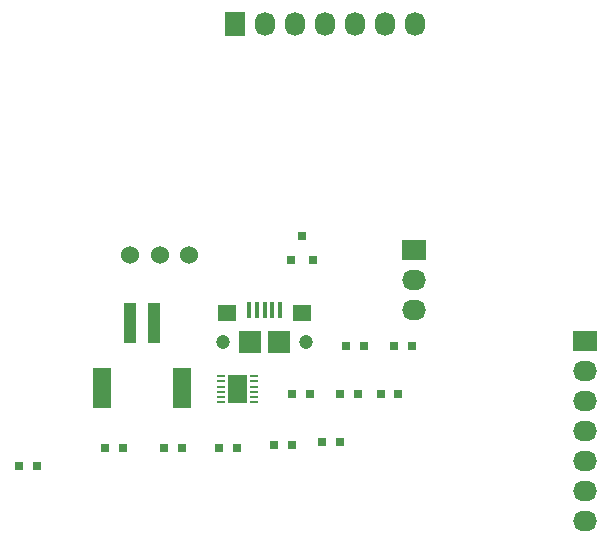
<source format=gtl>
%TF.GenerationSoftware,KiCad,Pcbnew,4.0.5-e0-6337~49~ubuntu16.04.1*%
%TF.CreationDate,2017-07-20T08:52:04-07:00*%
%TF.ProjectId,stns01-battery-mgmt-breakout,73746E7330312D626174746572792D6D,1.0*%
%TF.FileFunction,Copper,L1,Top,Signal*%
%FSLAX46Y46*%
G04 Gerber Fmt 4.6, Leading zero omitted, Abs format (unit mm)*
G04 Created by KiCad (PCBNEW 4.0.5-e0-6337~49~ubuntu16.04.1) date Thu Jul 20 08:52:04 2017*
%MOMM*%
%LPD*%
G01*
G04 APERTURE LIST*
%ADD10C,0.350000*%
%ADD11R,0.800000X0.750000*%
%ADD12R,0.400000X1.350000*%
%ADD13R,1.600000X1.400000*%
%ADD14C,1.200000*%
%ADD15R,1.900000X1.900000*%
%ADD16R,1.000000X3.500000*%
%ADD17R,1.600000X3.400000*%
%ADD18R,2.032000X1.727200*%
%ADD19O,2.032000X1.727200*%
%ADD20R,1.727200X2.032000*%
%ADD21O,1.727200X2.032000*%
%ADD22C,1.524000*%
%ADD23R,0.700000X0.250000*%
%ADD24R,0.830000X1.190000*%
%ADD25R,0.800100X0.800100*%
%ADD26C,0.350000*%
G04 APERTURE END LIST*
D10*
D11*
X81095428Y-54979001D03*
X82595428Y-54979001D03*
X70285428Y-59559001D03*
X71785428Y-59559001D03*
X85685428Y-50929001D03*
X87185428Y-50929001D03*
X74935428Y-59559001D03*
X76435428Y-59559001D03*
D12*
X77459001Y-47840201D03*
X78109001Y-47840201D03*
X78758101Y-47840201D03*
X79409001Y-47840201D03*
X80059001Y-47840201D03*
D13*
X75559001Y-48065201D03*
D14*
X75209001Y-50515201D03*
D15*
X77559001Y-50515201D03*
X79959001Y-50515201D03*
D13*
X81959001Y-48065201D03*
D14*
X82309001Y-50515201D03*
D16*
X67379401Y-48904001D03*
X69379401Y-48904001D03*
D17*
X64979401Y-54454001D03*
X71779401Y-54454001D03*
D18*
X105850000Y-50450000D03*
D19*
X105850000Y-52990000D03*
X105850000Y-55530000D03*
X105850000Y-58070000D03*
X105850000Y-60610000D03*
X105850000Y-63150000D03*
X105850000Y-65690000D03*
D20*
X76250000Y-23650000D03*
D21*
X78790000Y-23650000D03*
X81330000Y-23650000D03*
X83870000Y-23650000D03*
X86410000Y-23650000D03*
X88950000Y-23650000D03*
X91490000Y-23650000D03*
D11*
X79571001Y-59261001D03*
X81071001Y-59261001D03*
X65282571Y-59559001D03*
X66782571Y-59559001D03*
X89739001Y-50929001D03*
X91239001Y-50929001D03*
X57992095Y-61029001D03*
X59492095Y-61029001D03*
X85149001Y-54979001D03*
X86649001Y-54979001D03*
X83609001Y-59029001D03*
X85109001Y-59029001D03*
X88599001Y-54979001D03*
X90099001Y-54979001D03*
D18*
X91449000Y-42729401D03*
D19*
X91449000Y-45269401D03*
X91449000Y-47809401D03*
D22*
X69874321Y-43224321D03*
X72363521Y-43224321D03*
X67385121Y-43224321D03*
D23*
X75063524Y-53420201D03*
X75063524Y-53870201D03*
X75063524Y-54320201D03*
X75063524Y-54770201D03*
X75063524Y-55220201D03*
X75063524Y-55670201D03*
X77863524Y-55670201D03*
X77863524Y-55220201D03*
X77863524Y-54770201D03*
X77863524Y-54320201D03*
X77863524Y-53870201D03*
X77863524Y-53420201D03*
D24*
X76878524Y-55140201D03*
X76878524Y-53950201D03*
X76048524Y-55140201D03*
X76048524Y-53950201D03*
D25*
X80955905Y-43579761D03*
X82855905Y-43579761D03*
X81905905Y-41580781D03*
D26*
X75209001Y-50515201D03*
X82309001Y-50515201D03*
X105850000Y-50450000D03*
X105850000Y-52990000D03*
X105850000Y-55530000D03*
X105850000Y-58070000D03*
X105850000Y-60610000D03*
X105850000Y-63150000D03*
X105850000Y-65690000D03*
X76250000Y-23650000D03*
X78790000Y-23650000D03*
X81330000Y-23650000D03*
X83870000Y-23650000D03*
X86410000Y-23650000D03*
X88950000Y-23650000D03*
X91490000Y-23650000D03*
X91449000Y-42729401D03*
X91449000Y-45269401D03*
X91449000Y-47809401D03*
X69874321Y-43224321D03*
X72363521Y-43224321D03*
X67385121Y-43224321D03*
M02*

</source>
